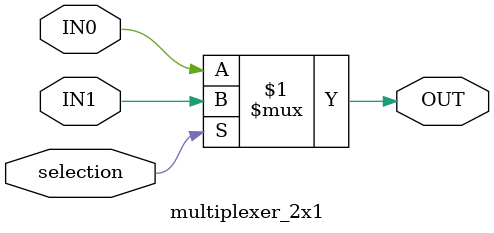
<source format=v>
module multiplexer_2x1 (
    input IN0,
    input IN1,
    input selection,

    output OUT
);
    assign OUT = selection ? IN1 : IN0;
endmodule
</source>
